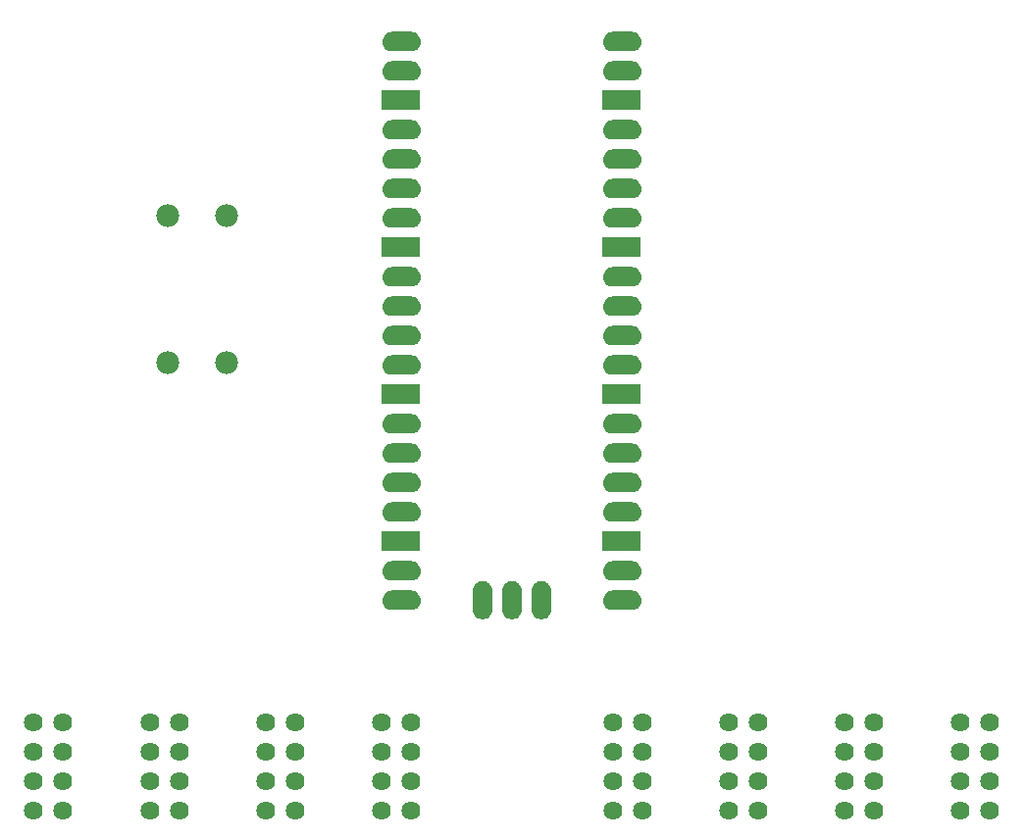
<source format=gts>
G04 Layer: TopSolderMaskLayer*
G04 EasyEDA v6.5.20, 2023-09-02 21:33:51*
G04 a67cddfb3fce44daa9051d46cbbcc19f,10*
G04 Gerber Generator version 0.2*
G04 Scale: 100 percent, Rotated: No, Reflected: No *
G04 Dimensions in millimeters *
G04 leading zeros omitted , absolute positions ,4 integer and 5 decimal *
%FSLAX45Y45*%
%MOMM*%

%AMMACRO1*4,1,4,-1.651,-0.8509,-1.651,0.8509,1.651,0.8509,1.651,-0.8509,-1.651,-0.8509,0*%
%ADD10C,1.6256*%
%ADD11C,1.9812*%
%ADD12MACRO1*%

%LPD*%
D10*
G01*
X872997Y3880865D03*
G01*
X1126997Y3880865D03*
G01*
X872997Y3626865D03*
G01*
X1126997Y3626865D03*
G01*
X872997Y3372865D03*
G01*
X1126997Y3372865D03*
G01*
X872997Y3118865D03*
G01*
X1126997Y3118865D03*
G01*
X1872995Y3880865D03*
G01*
X2126995Y3880865D03*
G01*
X1872995Y3626865D03*
G01*
X2126995Y3626865D03*
G01*
X1872995Y3372865D03*
G01*
X2126995Y3372865D03*
G01*
X1872995Y3118865D03*
G01*
X2126995Y3118865D03*
G01*
X2872993Y3880865D03*
G01*
X3126993Y3880865D03*
G01*
X2872993Y3626865D03*
G01*
X3126993Y3626865D03*
G01*
X2872993Y3372865D03*
G01*
X3126993Y3372865D03*
G01*
X2872993Y3118865D03*
G01*
X3126993Y3118865D03*
G01*
X3872991Y3880865D03*
G01*
X4126991Y3880865D03*
G01*
X3872991Y3626865D03*
G01*
X4126991Y3626865D03*
G01*
X3872991Y3372865D03*
G01*
X4126991Y3372865D03*
G01*
X3872991Y3118865D03*
G01*
X4126991Y3118865D03*
G01*
X5872988Y3880865D03*
G01*
X6126988Y3880865D03*
G01*
X5872988Y3626865D03*
G01*
X6126988Y3626865D03*
G01*
X5872988Y3372865D03*
G01*
X6126988Y3372865D03*
G01*
X5872988Y3118865D03*
G01*
X6126988Y3118865D03*
G01*
X6872986Y3880865D03*
G01*
X7126986Y3880865D03*
G01*
X6872986Y3626865D03*
G01*
X7126986Y3626865D03*
G01*
X6872986Y3372865D03*
G01*
X7126986Y3372865D03*
G01*
X6872986Y3118865D03*
G01*
X7126986Y3118865D03*
G01*
X7872984Y3880865D03*
G01*
X8126984Y3880865D03*
G01*
X7872984Y3626865D03*
G01*
X8126984Y3626865D03*
G01*
X7872984Y3372865D03*
G01*
X8126984Y3372865D03*
G01*
X7872984Y3118865D03*
G01*
X8126984Y3118865D03*
G01*
X8872981Y3880865D03*
G01*
X9126981Y3880865D03*
G01*
X8872981Y3626865D03*
G01*
X9126981Y3626865D03*
G01*
X8872981Y3372865D03*
G01*
X9126981Y3372865D03*
G01*
X8872981Y3118865D03*
G01*
X9126981Y3118865D03*
D11*
G01*
X2032000Y8255000D03*
G01*
X2032000Y6985000D03*
G01*
X2540000Y8255000D03*
G01*
X2540000Y6985000D03*
G36*
X5872225Y9677908D02*
G01*
X5862320Y9678415D01*
X5852159Y9680447D01*
X5842254Y9683495D01*
X5832856Y9687560D01*
X5824220Y9692894D01*
X5816091Y9699244D01*
X5808725Y9706610D01*
X5802375Y9714737D01*
X5797041Y9723374D01*
X5792977Y9732771D01*
X5789929Y9742678D01*
X5788152Y9752837D01*
X5787390Y9762997D01*
X5788152Y9773158D01*
X5789929Y9783318D01*
X5792977Y9793224D01*
X5797041Y9802621D01*
X5802375Y9811258D01*
X5808725Y9819386D01*
X5816091Y9826752D01*
X5824220Y9833102D01*
X5832856Y9838436D01*
X5842254Y9842500D01*
X5852159Y9845547D01*
X5862320Y9847326D01*
X5872225Y9848087D01*
X6032754Y9848087D01*
X6042659Y9847326D01*
X6052820Y9845547D01*
X6062725Y9842500D01*
X6072124Y9838436D01*
X6080759Y9833102D01*
X6088888Y9826752D01*
X6096254Y9819386D01*
X6102604Y9811258D01*
X6107938Y9802621D01*
X6112002Y9793224D01*
X6115050Y9783318D01*
X6116827Y9773158D01*
X6117590Y9762997D01*
X6116827Y9752837D01*
X6115050Y9742678D01*
X6112002Y9732771D01*
X6107938Y9723374D01*
X6102604Y9714737D01*
X6096254Y9706610D01*
X6088888Y9699244D01*
X6080759Y9692894D01*
X6072124Y9687560D01*
X6062725Y9683495D01*
X6052820Y9680447D01*
X6042659Y9678415D01*
X6032754Y9677908D01*
G37*
G36*
X5872225Y9423908D02*
G01*
X5862320Y9424415D01*
X5852159Y9426447D01*
X5842254Y9429495D01*
X5832856Y9433560D01*
X5824220Y9438894D01*
X5816091Y9445244D01*
X5808725Y9452610D01*
X5802375Y9460737D01*
X5797041Y9469374D01*
X5792977Y9478771D01*
X5789929Y9488678D01*
X5788152Y9498837D01*
X5787390Y9508997D01*
X5788152Y9519158D01*
X5789929Y9529318D01*
X5792977Y9539224D01*
X5797041Y9548621D01*
X5802375Y9557258D01*
X5808725Y9565386D01*
X5816091Y9572752D01*
X5824220Y9579102D01*
X5832856Y9584436D01*
X5842254Y9588500D01*
X5852159Y9591547D01*
X5862320Y9593326D01*
X5872225Y9594087D01*
X6032754Y9594087D01*
X6042659Y9593326D01*
X6052820Y9591547D01*
X6062725Y9588500D01*
X6072124Y9584436D01*
X6080759Y9579102D01*
X6088888Y9572752D01*
X6096254Y9565386D01*
X6102604Y9557258D01*
X6107938Y9548621D01*
X6112002Y9539224D01*
X6115050Y9529318D01*
X6116827Y9519158D01*
X6117590Y9508997D01*
X6116827Y9498837D01*
X6115050Y9488678D01*
X6112002Y9478771D01*
X6107938Y9469374D01*
X6102604Y9460737D01*
X6096254Y9452610D01*
X6088888Y9445244D01*
X6080759Y9438894D01*
X6072124Y9433560D01*
X6062725Y9429495D01*
X6052820Y9426447D01*
X6042659Y9424415D01*
X6032754Y9423908D01*
G37*
D12*
G01*
X5952490Y9254997D03*
G36*
X5872225Y8915908D02*
G01*
X5862320Y8916415D01*
X5852159Y8918447D01*
X5842254Y8921495D01*
X5832856Y8925560D01*
X5824220Y8930894D01*
X5816091Y8937244D01*
X5808725Y8944610D01*
X5802375Y8952737D01*
X5797041Y8961374D01*
X5792977Y8970771D01*
X5789929Y8980678D01*
X5788152Y8990837D01*
X5787390Y9000997D01*
X5788152Y9011158D01*
X5789929Y9021318D01*
X5792977Y9031224D01*
X5797041Y9040621D01*
X5802375Y9049258D01*
X5808725Y9057386D01*
X5816091Y9064752D01*
X5824220Y9071102D01*
X5832856Y9076436D01*
X5842254Y9080500D01*
X5852159Y9083547D01*
X5862320Y9085579D01*
X5872225Y9086087D01*
X6032754Y9086087D01*
X6042659Y9085579D01*
X6052820Y9083547D01*
X6062725Y9080500D01*
X6072124Y9076436D01*
X6080759Y9071102D01*
X6088888Y9064752D01*
X6096254Y9057386D01*
X6102604Y9049258D01*
X6107938Y9040621D01*
X6112002Y9031224D01*
X6115050Y9021318D01*
X6116827Y9011158D01*
X6117590Y9000997D01*
X6116827Y8990837D01*
X6115050Y8980678D01*
X6112002Y8970771D01*
X6107938Y8961374D01*
X6102604Y8952737D01*
X6096254Y8944610D01*
X6088888Y8937244D01*
X6080759Y8930894D01*
X6072124Y8925560D01*
X6062725Y8921495D01*
X6052820Y8918447D01*
X6042659Y8916415D01*
X6032754Y8915908D01*
G37*
G36*
X5872225Y8661908D02*
G01*
X5862320Y8662415D01*
X5852159Y8664447D01*
X5842254Y8667495D01*
X5832856Y8671560D01*
X5824220Y8676894D01*
X5816091Y8683244D01*
X5808725Y8690610D01*
X5802375Y8698737D01*
X5797041Y8707374D01*
X5792977Y8716771D01*
X5789929Y8726678D01*
X5788152Y8736837D01*
X5787390Y8746997D01*
X5788152Y8757158D01*
X5789929Y8767318D01*
X5792977Y8777224D01*
X5797041Y8786621D01*
X5802375Y8795258D01*
X5808725Y8803386D01*
X5816091Y8810752D01*
X5824220Y8817102D01*
X5832856Y8822436D01*
X5842254Y8826500D01*
X5852159Y8829547D01*
X5862320Y8831579D01*
X5872225Y8832087D01*
X6032754Y8832087D01*
X6042659Y8831579D01*
X6052820Y8829547D01*
X6062725Y8826500D01*
X6072124Y8822436D01*
X6080759Y8817102D01*
X6088888Y8810752D01*
X6096254Y8803386D01*
X6102604Y8795258D01*
X6107938Y8786621D01*
X6112002Y8777224D01*
X6115050Y8767318D01*
X6116827Y8757158D01*
X6117590Y8746997D01*
X6116827Y8736837D01*
X6115050Y8726678D01*
X6112002Y8716771D01*
X6107938Y8707374D01*
X6102604Y8698737D01*
X6096254Y8690610D01*
X6088888Y8683244D01*
X6080759Y8676894D01*
X6072124Y8671560D01*
X6062725Y8667495D01*
X6052820Y8664447D01*
X6042659Y8662415D01*
X6032754Y8661908D01*
G37*
G36*
X5872225Y8407908D02*
G01*
X5862320Y8408415D01*
X5852159Y8410447D01*
X5842254Y8413495D01*
X5832856Y8417560D01*
X5824220Y8422894D01*
X5816091Y8429244D01*
X5808725Y8436610D01*
X5802375Y8444737D01*
X5797041Y8453374D01*
X5792977Y8462771D01*
X5789929Y8472678D01*
X5788152Y8482837D01*
X5787390Y8492997D01*
X5788152Y8503158D01*
X5789929Y8513318D01*
X5792977Y8523224D01*
X5797041Y8532621D01*
X5802375Y8541258D01*
X5808725Y8549386D01*
X5816091Y8556752D01*
X5824220Y8563102D01*
X5832856Y8568436D01*
X5842254Y8572500D01*
X5852159Y8575547D01*
X5862320Y8577579D01*
X5872225Y8578087D01*
X6032754Y8578087D01*
X6042659Y8577579D01*
X6052820Y8575547D01*
X6062725Y8572500D01*
X6072124Y8568436D01*
X6080759Y8563102D01*
X6088888Y8556752D01*
X6096254Y8549386D01*
X6102604Y8541258D01*
X6107938Y8532621D01*
X6112002Y8523224D01*
X6115050Y8513318D01*
X6116827Y8503158D01*
X6117590Y8492997D01*
X6116827Y8482837D01*
X6115050Y8472678D01*
X6112002Y8462771D01*
X6107938Y8453374D01*
X6102604Y8444737D01*
X6096254Y8436610D01*
X6088888Y8429244D01*
X6080759Y8422894D01*
X6072124Y8417560D01*
X6062725Y8413495D01*
X6052820Y8410447D01*
X6042659Y8408415D01*
X6032754Y8407908D01*
G37*
G36*
X5872225Y8153908D02*
G01*
X5862320Y8154415D01*
X5852159Y8156447D01*
X5842254Y8159495D01*
X5832856Y8163560D01*
X5824220Y8168894D01*
X5816091Y8175244D01*
X5808725Y8182610D01*
X5802375Y8190737D01*
X5797041Y8199373D01*
X5792977Y8208771D01*
X5789929Y8218678D01*
X5788152Y8228837D01*
X5787390Y8238997D01*
X5788152Y8249158D01*
X5789929Y8259318D01*
X5792977Y8269223D01*
X5797041Y8278621D01*
X5802375Y8287258D01*
X5808725Y8295386D01*
X5816091Y8302752D01*
X5824220Y8309102D01*
X5832856Y8314436D01*
X5842254Y8318500D01*
X5852159Y8321547D01*
X5862320Y8323579D01*
X5872225Y8324087D01*
X6032754Y8324087D01*
X6042659Y8323579D01*
X6052820Y8321547D01*
X6062725Y8318500D01*
X6072124Y8314436D01*
X6080759Y8309102D01*
X6088888Y8302752D01*
X6096254Y8295386D01*
X6102604Y8287258D01*
X6107938Y8278621D01*
X6112002Y8269223D01*
X6115050Y8259318D01*
X6116827Y8249158D01*
X6117590Y8238997D01*
X6116827Y8228837D01*
X6115050Y8218678D01*
X6112002Y8208771D01*
X6107938Y8199373D01*
X6102604Y8190737D01*
X6096254Y8182610D01*
X6088888Y8175244D01*
X6080759Y8168894D01*
X6072124Y8163560D01*
X6062725Y8159495D01*
X6052820Y8156447D01*
X6042659Y8154415D01*
X6032754Y8153908D01*
G37*
G01*
X5952490Y7984997D03*
G36*
X5872225Y7645908D02*
G01*
X5862320Y7646415D01*
X5852159Y7648447D01*
X5842254Y7651495D01*
X5832856Y7655560D01*
X5824220Y7660894D01*
X5816091Y7667244D01*
X5808725Y7674610D01*
X5802375Y7682737D01*
X5797041Y7691373D01*
X5792977Y7700771D01*
X5789929Y7710678D01*
X5788152Y7720837D01*
X5787390Y7730997D01*
X5788152Y7741158D01*
X5789929Y7751318D01*
X5792977Y7761223D01*
X5797041Y7770621D01*
X5802375Y7779258D01*
X5808725Y7787386D01*
X5816091Y7794752D01*
X5824220Y7801102D01*
X5832856Y7806436D01*
X5842254Y7810500D01*
X5852159Y7813547D01*
X5862320Y7815579D01*
X5872225Y7816087D01*
X6032754Y7816087D01*
X6042659Y7815579D01*
X6052820Y7813547D01*
X6062725Y7810500D01*
X6072124Y7806436D01*
X6080759Y7801102D01*
X6088888Y7794752D01*
X6096254Y7787386D01*
X6102604Y7779258D01*
X6107938Y7770621D01*
X6112002Y7761223D01*
X6115050Y7751318D01*
X6116827Y7741158D01*
X6117590Y7730997D01*
X6116827Y7720837D01*
X6115050Y7710678D01*
X6112002Y7700771D01*
X6107938Y7691373D01*
X6102604Y7682737D01*
X6096254Y7674610D01*
X6088888Y7667244D01*
X6080759Y7660894D01*
X6072124Y7655560D01*
X6062725Y7651495D01*
X6052820Y7648447D01*
X6042659Y7646415D01*
X6032754Y7645908D01*
G37*
G36*
X5872225Y7391908D02*
G01*
X5862320Y7392415D01*
X5852159Y7394447D01*
X5842254Y7397495D01*
X5832856Y7401560D01*
X5824220Y7406894D01*
X5816091Y7413244D01*
X5808725Y7420610D01*
X5802375Y7428737D01*
X5797041Y7437373D01*
X5792977Y7446771D01*
X5789929Y7456678D01*
X5788152Y7466837D01*
X5787390Y7476997D01*
X5788152Y7487158D01*
X5789929Y7497318D01*
X5792977Y7507223D01*
X5797041Y7516621D01*
X5802375Y7525258D01*
X5808725Y7533386D01*
X5816091Y7540752D01*
X5824220Y7547102D01*
X5832856Y7552436D01*
X5842254Y7556500D01*
X5852159Y7559547D01*
X5862320Y7561579D01*
X5872225Y7562087D01*
X6032754Y7562087D01*
X6042659Y7561579D01*
X6052820Y7559547D01*
X6062725Y7556500D01*
X6072124Y7552436D01*
X6080759Y7547102D01*
X6088888Y7540752D01*
X6096254Y7533386D01*
X6102604Y7525258D01*
X6107938Y7516621D01*
X6112002Y7507223D01*
X6115050Y7497318D01*
X6116827Y7487158D01*
X6117590Y7476997D01*
X6116827Y7466837D01*
X6115050Y7456678D01*
X6112002Y7446771D01*
X6107938Y7437373D01*
X6102604Y7428737D01*
X6096254Y7420610D01*
X6088888Y7413244D01*
X6080759Y7406894D01*
X6072124Y7401560D01*
X6062725Y7397495D01*
X6052820Y7394447D01*
X6042659Y7392415D01*
X6032754Y7391908D01*
G37*
G36*
X5872225Y7137908D02*
G01*
X5862320Y7138415D01*
X5852159Y7140447D01*
X5842254Y7143495D01*
X5832856Y7147560D01*
X5824220Y7152894D01*
X5816091Y7159244D01*
X5808725Y7166610D01*
X5802375Y7174737D01*
X5797041Y7183373D01*
X5792977Y7192771D01*
X5789929Y7202678D01*
X5788152Y7212837D01*
X5787390Y7222997D01*
X5788152Y7233158D01*
X5789929Y7243318D01*
X5792977Y7253223D01*
X5797041Y7262621D01*
X5802375Y7271258D01*
X5808725Y7279386D01*
X5816091Y7286752D01*
X5824220Y7293102D01*
X5832856Y7298436D01*
X5842254Y7302500D01*
X5852159Y7305547D01*
X5862320Y7307579D01*
X5872225Y7308087D01*
X6032754Y7308087D01*
X6042659Y7307579D01*
X6052820Y7305547D01*
X6062725Y7302500D01*
X6072124Y7298436D01*
X6080759Y7293102D01*
X6088888Y7286752D01*
X6096254Y7279386D01*
X6102604Y7271258D01*
X6107938Y7262621D01*
X6112002Y7253223D01*
X6115050Y7243318D01*
X6116827Y7233158D01*
X6117590Y7222997D01*
X6116827Y7212837D01*
X6115050Y7202678D01*
X6112002Y7192771D01*
X6107938Y7183373D01*
X6102604Y7174737D01*
X6096254Y7166610D01*
X6088888Y7159244D01*
X6080759Y7152894D01*
X6072124Y7147560D01*
X6062725Y7143495D01*
X6052820Y7140447D01*
X6042659Y7138415D01*
X6032754Y7137908D01*
G37*
G36*
X5872225Y6883908D02*
G01*
X5862320Y6884415D01*
X5852159Y6886447D01*
X5842254Y6889495D01*
X5832856Y6893560D01*
X5824220Y6898894D01*
X5816091Y6905244D01*
X5808725Y6912610D01*
X5802375Y6920737D01*
X5797041Y6929373D01*
X5792977Y6938771D01*
X5789929Y6948678D01*
X5788152Y6958837D01*
X5787390Y6968997D01*
X5788152Y6979158D01*
X5789929Y6989318D01*
X5792977Y6999223D01*
X5797041Y7008621D01*
X5802375Y7017258D01*
X5808725Y7025386D01*
X5816091Y7032752D01*
X5824220Y7039102D01*
X5832856Y7044436D01*
X5842254Y7048500D01*
X5852159Y7051547D01*
X5862320Y7053579D01*
X5872225Y7054087D01*
X6032754Y7054087D01*
X6042659Y7053579D01*
X6052820Y7051547D01*
X6062725Y7048500D01*
X6072124Y7044436D01*
X6080759Y7039102D01*
X6088888Y7032752D01*
X6096254Y7025386D01*
X6102604Y7017258D01*
X6107938Y7008621D01*
X6112002Y6999223D01*
X6115050Y6989318D01*
X6116827Y6979158D01*
X6117590Y6968997D01*
X6116827Y6958837D01*
X6115050Y6948678D01*
X6112002Y6938771D01*
X6107938Y6929373D01*
X6102604Y6920737D01*
X6096254Y6912610D01*
X6088888Y6905244D01*
X6080759Y6898894D01*
X6072124Y6893560D01*
X6062725Y6889495D01*
X6052820Y6886447D01*
X6042659Y6884415D01*
X6032754Y6883908D01*
G37*
G01*
X5952490Y6714997D03*
G36*
X5872225Y6375907D02*
G01*
X5862320Y6376415D01*
X5852159Y6378447D01*
X5842254Y6381495D01*
X5832856Y6385560D01*
X5824220Y6390894D01*
X5816091Y6397244D01*
X5808725Y6404610D01*
X5802375Y6412737D01*
X5797041Y6421373D01*
X5792977Y6430771D01*
X5789929Y6440678D01*
X5788152Y6450837D01*
X5787390Y6460997D01*
X5788152Y6471157D01*
X5789929Y6481318D01*
X5792977Y6491223D01*
X5797041Y6500621D01*
X5802375Y6509257D01*
X5808725Y6517386D01*
X5816091Y6524752D01*
X5824220Y6531102D01*
X5832856Y6536436D01*
X5842254Y6540500D01*
X5852159Y6543547D01*
X5862320Y6545579D01*
X5872225Y6546087D01*
X6032754Y6546087D01*
X6042659Y6545579D01*
X6052820Y6543547D01*
X6062725Y6540500D01*
X6072124Y6536436D01*
X6080759Y6531102D01*
X6088888Y6524752D01*
X6096254Y6517386D01*
X6102604Y6509257D01*
X6107938Y6500621D01*
X6112002Y6491223D01*
X6115050Y6481318D01*
X6116827Y6471157D01*
X6117590Y6460997D01*
X6116827Y6450837D01*
X6115050Y6440678D01*
X6112002Y6430771D01*
X6107938Y6421373D01*
X6102604Y6412737D01*
X6096254Y6404610D01*
X6088888Y6397244D01*
X6080759Y6390894D01*
X6072124Y6385560D01*
X6062725Y6381495D01*
X6052820Y6378447D01*
X6042659Y6376415D01*
X6032754Y6375907D01*
G37*
G36*
X5872225Y6121907D02*
G01*
X5862320Y6122415D01*
X5852159Y6124447D01*
X5842254Y6127495D01*
X5832856Y6131560D01*
X5824220Y6136894D01*
X5816091Y6143244D01*
X5808725Y6150610D01*
X5802375Y6158737D01*
X5797041Y6167373D01*
X5792977Y6176771D01*
X5789929Y6186678D01*
X5788152Y6196837D01*
X5787390Y6206997D01*
X5788152Y6217157D01*
X5789929Y6227318D01*
X5792977Y6237223D01*
X5797041Y6246621D01*
X5802375Y6255257D01*
X5808725Y6263386D01*
X5816091Y6270752D01*
X5824220Y6277102D01*
X5832856Y6282436D01*
X5842254Y6286500D01*
X5852159Y6289547D01*
X5862320Y6291579D01*
X5872225Y6292087D01*
X6032754Y6292087D01*
X6042659Y6291579D01*
X6052820Y6289547D01*
X6062725Y6286500D01*
X6072124Y6282436D01*
X6080759Y6277102D01*
X6088888Y6270752D01*
X6096254Y6263386D01*
X6102604Y6255257D01*
X6107938Y6246621D01*
X6112002Y6237223D01*
X6115050Y6227318D01*
X6116827Y6217157D01*
X6117590Y6206997D01*
X6116827Y6196837D01*
X6115050Y6186678D01*
X6112002Y6176771D01*
X6107938Y6167373D01*
X6102604Y6158737D01*
X6096254Y6150610D01*
X6088888Y6143244D01*
X6080759Y6136894D01*
X6072124Y6131560D01*
X6062725Y6127495D01*
X6052820Y6124447D01*
X6042659Y6122415D01*
X6032754Y6121907D01*
G37*
G36*
X5872225Y5867907D02*
G01*
X5862320Y5868415D01*
X5852159Y5870447D01*
X5842254Y5873495D01*
X5832856Y5877560D01*
X5824220Y5882894D01*
X5816091Y5889244D01*
X5808725Y5896610D01*
X5802375Y5904737D01*
X5797041Y5913373D01*
X5792977Y5922771D01*
X5789929Y5932678D01*
X5788152Y5942837D01*
X5787390Y5952997D01*
X5788152Y5963157D01*
X5789929Y5973318D01*
X5792977Y5983223D01*
X5797041Y5992621D01*
X5802375Y6001257D01*
X5808725Y6009386D01*
X5816091Y6016752D01*
X5824220Y6023102D01*
X5832856Y6028436D01*
X5842254Y6032500D01*
X5852159Y6035547D01*
X5862320Y6037579D01*
X5872225Y6038087D01*
X6032754Y6038087D01*
X6042659Y6037579D01*
X6052820Y6035547D01*
X6062725Y6032500D01*
X6072124Y6028436D01*
X6080759Y6023102D01*
X6088888Y6016752D01*
X6096254Y6009386D01*
X6102604Y6001257D01*
X6107938Y5992621D01*
X6112002Y5983223D01*
X6115050Y5973318D01*
X6116827Y5963157D01*
X6117590Y5952997D01*
X6116827Y5942837D01*
X6115050Y5932678D01*
X6112002Y5922771D01*
X6107938Y5913373D01*
X6102604Y5904737D01*
X6096254Y5896610D01*
X6088888Y5889244D01*
X6080759Y5882894D01*
X6072124Y5877560D01*
X6062725Y5873495D01*
X6052820Y5870447D01*
X6042659Y5868415D01*
X6032754Y5867907D01*
G37*
G36*
X5872225Y5613907D02*
G01*
X5862320Y5614415D01*
X5852159Y5616447D01*
X5842254Y5619495D01*
X5832856Y5623560D01*
X5824220Y5628894D01*
X5816091Y5635244D01*
X5808725Y5642610D01*
X5802375Y5650737D01*
X5797041Y5659373D01*
X5792977Y5668771D01*
X5789929Y5678678D01*
X5788152Y5688837D01*
X5787390Y5698997D01*
X5788152Y5709157D01*
X5789929Y5719318D01*
X5792977Y5729223D01*
X5797041Y5738621D01*
X5802375Y5747257D01*
X5808725Y5755386D01*
X5816091Y5762752D01*
X5824220Y5769102D01*
X5832856Y5774436D01*
X5842254Y5778500D01*
X5852159Y5781547D01*
X5862320Y5783579D01*
X5872225Y5784087D01*
X6032754Y5784087D01*
X6042659Y5783579D01*
X6052820Y5781547D01*
X6062725Y5778500D01*
X6072124Y5774436D01*
X6080759Y5769102D01*
X6088888Y5762752D01*
X6096254Y5755386D01*
X6102604Y5747257D01*
X6107938Y5738621D01*
X6112002Y5729223D01*
X6115050Y5719318D01*
X6116827Y5709157D01*
X6117590Y5698997D01*
X6116827Y5688837D01*
X6115050Y5678678D01*
X6112002Y5668771D01*
X6107938Y5659373D01*
X6102604Y5650737D01*
X6096254Y5642610D01*
X6088888Y5635244D01*
X6080759Y5628894D01*
X6072124Y5623560D01*
X6062725Y5619495D01*
X6052820Y5616447D01*
X6042659Y5614415D01*
X6032754Y5613907D01*
G37*
G01*
X5952490Y5444997D03*
G36*
X5872225Y5105907D02*
G01*
X5862320Y5106415D01*
X5852159Y5108447D01*
X5842254Y5111495D01*
X5832856Y5115560D01*
X5824220Y5120894D01*
X5816091Y5127244D01*
X5808725Y5134610D01*
X5802375Y5142737D01*
X5797041Y5151373D01*
X5792977Y5160771D01*
X5789929Y5170678D01*
X5788152Y5180837D01*
X5787390Y5190997D01*
X5788152Y5201157D01*
X5789929Y5211318D01*
X5792977Y5221223D01*
X5797041Y5230621D01*
X5802375Y5239257D01*
X5808725Y5247386D01*
X5816091Y5254752D01*
X5824220Y5261102D01*
X5832856Y5266436D01*
X5842254Y5270500D01*
X5852159Y5273547D01*
X5862320Y5275579D01*
X5872225Y5276087D01*
X6032754Y5276087D01*
X6042659Y5275579D01*
X6052820Y5273547D01*
X6062725Y5270500D01*
X6072124Y5266436D01*
X6080759Y5261102D01*
X6088888Y5254752D01*
X6096254Y5247386D01*
X6102604Y5239257D01*
X6107938Y5230621D01*
X6112002Y5221223D01*
X6115050Y5211318D01*
X6116827Y5201157D01*
X6117590Y5190997D01*
X6116827Y5180837D01*
X6115050Y5170678D01*
X6112002Y5160771D01*
X6107938Y5151373D01*
X6102604Y5142737D01*
X6096254Y5134610D01*
X6088888Y5127244D01*
X6080759Y5120894D01*
X6072124Y5115560D01*
X6062725Y5111495D01*
X6052820Y5108447D01*
X6042659Y5106415D01*
X6032754Y5105907D01*
G37*
G36*
X5872225Y4851907D02*
G01*
X5862320Y4852415D01*
X5852159Y4854447D01*
X5842254Y4857495D01*
X5832856Y4861560D01*
X5824220Y4866894D01*
X5816091Y4873244D01*
X5808725Y4880610D01*
X5802375Y4888737D01*
X5797041Y4897373D01*
X5792977Y4906771D01*
X5789929Y4916678D01*
X5788152Y4926837D01*
X5787390Y4936997D01*
X5788152Y4947157D01*
X5789929Y4957318D01*
X5792977Y4967223D01*
X5797041Y4976621D01*
X5802375Y4985257D01*
X5808725Y4993386D01*
X5816091Y5000752D01*
X5824220Y5007102D01*
X5832856Y5012436D01*
X5842254Y5016500D01*
X5852159Y5019547D01*
X5862320Y5021579D01*
X5872225Y5022087D01*
X6032754Y5022087D01*
X6042659Y5021579D01*
X6052820Y5019547D01*
X6062725Y5016500D01*
X6072124Y5012436D01*
X6080759Y5007102D01*
X6088888Y5000752D01*
X6096254Y4993386D01*
X6102604Y4985257D01*
X6107938Y4976621D01*
X6112002Y4967223D01*
X6115050Y4957318D01*
X6116827Y4947157D01*
X6117590Y4936997D01*
X6116827Y4926837D01*
X6115050Y4916678D01*
X6112002Y4906771D01*
X6107938Y4897373D01*
X6102604Y4888737D01*
X6096254Y4880610D01*
X6088888Y4873244D01*
X6080759Y4866894D01*
X6072124Y4861560D01*
X6062725Y4857495D01*
X6052820Y4854447D01*
X6042659Y4852415D01*
X6032754Y4851907D01*
G37*
G36*
X3967225Y4851907D02*
G01*
X3957320Y4852415D01*
X3947159Y4854447D01*
X3937254Y4857495D01*
X3927856Y4861560D01*
X3919220Y4866894D01*
X3911091Y4873244D01*
X3903725Y4880610D01*
X3897375Y4888737D01*
X3892041Y4897373D01*
X3887977Y4906771D01*
X3884929Y4916678D01*
X3883152Y4926837D01*
X3882390Y4936997D01*
X3883152Y4947157D01*
X3884929Y4957318D01*
X3887977Y4967223D01*
X3892041Y4976621D01*
X3897375Y4985257D01*
X3903725Y4993386D01*
X3911091Y5000752D01*
X3919220Y5007102D01*
X3927856Y5012436D01*
X3937254Y5016500D01*
X3947159Y5019547D01*
X3957320Y5021579D01*
X3967225Y5022087D01*
X4127754Y5022087D01*
X4137659Y5021579D01*
X4147820Y5019547D01*
X4157725Y5016500D01*
X4167124Y5012436D01*
X4175759Y5007102D01*
X4183888Y5000752D01*
X4191254Y4993386D01*
X4197604Y4985257D01*
X4202938Y4976621D01*
X4207002Y4967223D01*
X4210050Y4957318D01*
X4211827Y4947157D01*
X4212590Y4936997D01*
X4211827Y4926837D01*
X4210050Y4916678D01*
X4207002Y4906771D01*
X4202938Y4897373D01*
X4197604Y4888737D01*
X4191254Y4880610D01*
X4183888Y4873244D01*
X4175759Y4866894D01*
X4167124Y4861560D01*
X4157725Y4857495D01*
X4147820Y4854447D01*
X4137659Y4852415D01*
X4127754Y4851907D01*
G37*
G36*
X3967225Y5105907D02*
G01*
X3957320Y5106415D01*
X3947159Y5108447D01*
X3937254Y5111495D01*
X3927856Y5115560D01*
X3919220Y5120894D01*
X3911091Y5127244D01*
X3903725Y5134610D01*
X3897375Y5142737D01*
X3892041Y5151373D01*
X3887977Y5160771D01*
X3884929Y5170678D01*
X3883152Y5180837D01*
X3882390Y5190997D01*
X3883152Y5201157D01*
X3884929Y5211318D01*
X3887977Y5221223D01*
X3892041Y5230621D01*
X3897375Y5239257D01*
X3903725Y5247386D01*
X3911091Y5254752D01*
X3919220Y5261102D01*
X3927856Y5266436D01*
X3937254Y5270500D01*
X3947159Y5273547D01*
X3957320Y5275579D01*
X3967225Y5276087D01*
X4127754Y5276087D01*
X4137659Y5275579D01*
X4147820Y5273547D01*
X4157725Y5270500D01*
X4167124Y5266436D01*
X4175759Y5261102D01*
X4183888Y5254752D01*
X4191254Y5247386D01*
X4197604Y5239257D01*
X4202938Y5230621D01*
X4207002Y5221223D01*
X4210050Y5211318D01*
X4211827Y5201157D01*
X4212590Y5190997D01*
X4211827Y5180837D01*
X4210050Y5170678D01*
X4207002Y5160771D01*
X4202938Y5151373D01*
X4197604Y5142737D01*
X4191254Y5134610D01*
X4183888Y5127244D01*
X4175759Y5120894D01*
X4167124Y5115560D01*
X4157725Y5111495D01*
X4147820Y5108447D01*
X4137659Y5106415D01*
X4127754Y5105907D01*
G37*
G01*
X4047490Y5444997D03*
G36*
X3967225Y5613907D02*
G01*
X3957320Y5614415D01*
X3947159Y5616447D01*
X3937254Y5619495D01*
X3927856Y5623560D01*
X3919220Y5628894D01*
X3911091Y5635244D01*
X3903725Y5642610D01*
X3897375Y5650737D01*
X3892041Y5659373D01*
X3887977Y5668771D01*
X3884929Y5678678D01*
X3883152Y5688837D01*
X3882390Y5698997D01*
X3883152Y5709157D01*
X3884929Y5719318D01*
X3887977Y5729223D01*
X3892041Y5738621D01*
X3897375Y5747257D01*
X3903725Y5755386D01*
X3911091Y5762752D01*
X3919220Y5769102D01*
X3927856Y5774436D01*
X3937254Y5778500D01*
X3947159Y5781547D01*
X3957320Y5783579D01*
X3967225Y5784087D01*
X4127754Y5784087D01*
X4137659Y5783579D01*
X4147820Y5781547D01*
X4157725Y5778500D01*
X4167124Y5774436D01*
X4175759Y5769102D01*
X4183888Y5762752D01*
X4191254Y5755386D01*
X4197604Y5747257D01*
X4202938Y5738621D01*
X4207002Y5729223D01*
X4210050Y5719318D01*
X4211827Y5709157D01*
X4212590Y5698997D01*
X4211827Y5688837D01*
X4210050Y5678678D01*
X4207002Y5668771D01*
X4202938Y5659373D01*
X4197604Y5650737D01*
X4191254Y5642610D01*
X4183888Y5635244D01*
X4175759Y5628894D01*
X4167124Y5623560D01*
X4157725Y5619495D01*
X4147820Y5616447D01*
X4137659Y5614415D01*
X4127754Y5613907D01*
G37*
G36*
X3967225Y5867907D02*
G01*
X3957320Y5868415D01*
X3947159Y5870447D01*
X3937254Y5873495D01*
X3927856Y5877560D01*
X3919220Y5882894D01*
X3911091Y5889244D01*
X3903725Y5896610D01*
X3897375Y5904737D01*
X3892041Y5913373D01*
X3887977Y5922771D01*
X3884929Y5932678D01*
X3883152Y5942837D01*
X3882390Y5952997D01*
X3883152Y5963157D01*
X3884929Y5973318D01*
X3887977Y5983223D01*
X3892041Y5992621D01*
X3897375Y6001257D01*
X3903725Y6009386D01*
X3911091Y6016752D01*
X3919220Y6023102D01*
X3927856Y6028436D01*
X3937254Y6032500D01*
X3947159Y6035547D01*
X3957320Y6037579D01*
X3967225Y6038087D01*
X4127754Y6038087D01*
X4137659Y6037579D01*
X4147820Y6035547D01*
X4157725Y6032500D01*
X4167124Y6028436D01*
X4175759Y6023102D01*
X4183888Y6016752D01*
X4191254Y6009386D01*
X4197604Y6001257D01*
X4202938Y5992621D01*
X4207002Y5983223D01*
X4210050Y5973318D01*
X4211827Y5963157D01*
X4212590Y5952997D01*
X4211827Y5942837D01*
X4210050Y5932678D01*
X4207002Y5922771D01*
X4202938Y5913373D01*
X4197604Y5904737D01*
X4191254Y5896610D01*
X4183888Y5889244D01*
X4175759Y5882894D01*
X4167124Y5877560D01*
X4157725Y5873495D01*
X4147820Y5870447D01*
X4137659Y5868415D01*
X4127754Y5867907D01*
G37*
G36*
X3967225Y6121907D02*
G01*
X3957320Y6122415D01*
X3947159Y6124447D01*
X3937254Y6127495D01*
X3927856Y6131560D01*
X3919220Y6136894D01*
X3911091Y6143244D01*
X3903725Y6150610D01*
X3897375Y6158737D01*
X3892041Y6167373D01*
X3887977Y6176771D01*
X3884929Y6186678D01*
X3883152Y6196837D01*
X3882390Y6206997D01*
X3883152Y6217157D01*
X3884929Y6227318D01*
X3887977Y6237223D01*
X3892041Y6246621D01*
X3897375Y6255257D01*
X3903725Y6263386D01*
X3911091Y6270752D01*
X3919220Y6277102D01*
X3927856Y6282436D01*
X3937254Y6286500D01*
X3947159Y6289547D01*
X3957320Y6291579D01*
X3967225Y6292087D01*
X4127754Y6292087D01*
X4137659Y6291579D01*
X4147820Y6289547D01*
X4157725Y6286500D01*
X4167124Y6282436D01*
X4175759Y6277102D01*
X4183888Y6270752D01*
X4191254Y6263386D01*
X4197604Y6255257D01*
X4202938Y6246621D01*
X4207002Y6237223D01*
X4210050Y6227318D01*
X4211827Y6217157D01*
X4212590Y6206997D01*
X4211827Y6196837D01*
X4210050Y6186678D01*
X4207002Y6176771D01*
X4202938Y6167373D01*
X4197604Y6158737D01*
X4191254Y6150610D01*
X4183888Y6143244D01*
X4175759Y6136894D01*
X4167124Y6131560D01*
X4157725Y6127495D01*
X4147820Y6124447D01*
X4137659Y6122415D01*
X4127754Y6121907D01*
G37*
G36*
X3967225Y6375907D02*
G01*
X3957320Y6376415D01*
X3947159Y6378447D01*
X3937254Y6381495D01*
X3927856Y6385560D01*
X3919220Y6390894D01*
X3911091Y6397244D01*
X3903725Y6404610D01*
X3897375Y6412737D01*
X3892041Y6421373D01*
X3887977Y6430771D01*
X3884929Y6440678D01*
X3883152Y6450837D01*
X3882390Y6460997D01*
X3883152Y6471157D01*
X3884929Y6481318D01*
X3887977Y6491223D01*
X3892041Y6500621D01*
X3897375Y6509257D01*
X3903725Y6517386D01*
X3911091Y6524752D01*
X3919220Y6531102D01*
X3927856Y6536436D01*
X3937254Y6540500D01*
X3947159Y6543547D01*
X3957320Y6545579D01*
X3967225Y6546087D01*
X4127754Y6546087D01*
X4137659Y6545579D01*
X4147820Y6543547D01*
X4157725Y6540500D01*
X4167124Y6536436D01*
X4175759Y6531102D01*
X4183888Y6524752D01*
X4191254Y6517386D01*
X4197604Y6509257D01*
X4202938Y6500621D01*
X4207002Y6491223D01*
X4210050Y6481318D01*
X4211827Y6471157D01*
X4212590Y6460997D01*
X4211827Y6450837D01*
X4210050Y6440678D01*
X4207002Y6430771D01*
X4202938Y6421373D01*
X4197604Y6412737D01*
X4191254Y6404610D01*
X4183888Y6397244D01*
X4175759Y6390894D01*
X4167124Y6385560D01*
X4157725Y6381495D01*
X4147820Y6378447D01*
X4137659Y6376415D01*
X4127754Y6375907D01*
G37*
G01*
X4047490Y6714997D03*
G36*
X3967225Y6883908D02*
G01*
X3957320Y6884415D01*
X3947159Y6886447D01*
X3937254Y6889495D01*
X3927856Y6893560D01*
X3919220Y6898894D01*
X3911091Y6905244D01*
X3903725Y6912610D01*
X3897375Y6920737D01*
X3892041Y6929373D01*
X3887977Y6938771D01*
X3884929Y6948678D01*
X3883152Y6958837D01*
X3882390Y6968997D01*
X3883152Y6979158D01*
X3884929Y6989318D01*
X3887977Y6999223D01*
X3892041Y7008621D01*
X3897375Y7017258D01*
X3903725Y7025386D01*
X3911091Y7032752D01*
X3919220Y7039102D01*
X3927856Y7044436D01*
X3937254Y7048500D01*
X3947159Y7051547D01*
X3957320Y7053579D01*
X3967225Y7054087D01*
X4127754Y7054087D01*
X4137659Y7053579D01*
X4147820Y7051547D01*
X4157725Y7048500D01*
X4167124Y7044436D01*
X4175759Y7039102D01*
X4183888Y7032752D01*
X4191254Y7025386D01*
X4197604Y7017258D01*
X4202938Y7008621D01*
X4207002Y6999223D01*
X4210050Y6989318D01*
X4211827Y6979158D01*
X4212590Y6968997D01*
X4211827Y6958837D01*
X4210050Y6948678D01*
X4207002Y6938771D01*
X4202938Y6929373D01*
X4197604Y6920737D01*
X4191254Y6912610D01*
X4183888Y6905244D01*
X4175759Y6898894D01*
X4167124Y6893560D01*
X4157725Y6889495D01*
X4147820Y6886447D01*
X4137659Y6884415D01*
X4127754Y6883908D01*
G37*
G36*
X3967225Y7137908D02*
G01*
X3957320Y7138415D01*
X3947159Y7140447D01*
X3937254Y7143495D01*
X3927856Y7147560D01*
X3919220Y7152894D01*
X3911091Y7159244D01*
X3903725Y7166610D01*
X3897375Y7174737D01*
X3892041Y7183373D01*
X3887977Y7192771D01*
X3884929Y7202678D01*
X3883152Y7212837D01*
X3882390Y7222997D01*
X3883152Y7233158D01*
X3884929Y7243318D01*
X3887977Y7253223D01*
X3892041Y7262621D01*
X3897375Y7271258D01*
X3903725Y7279386D01*
X3911091Y7286752D01*
X3919220Y7293102D01*
X3927856Y7298436D01*
X3937254Y7302500D01*
X3947159Y7305547D01*
X3957320Y7307579D01*
X3967225Y7308087D01*
X4127754Y7308087D01*
X4137659Y7307579D01*
X4147820Y7305547D01*
X4157725Y7302500D01*
X4167124Y7298436D01*
X4175759Y7293102D01*
X4183888Y7286752D01*
X4191254Y7279386D01*
X4197604Y7271258D01*
X4202938Y7262621D01*
X4207002Y7253223D01*
X4210050Y7243318D01*
X4211827Y7233158D01*
X4212590Y7222997D01*
X4211827Y7212837D01*
X4210050Y7202678D01*
X4207002Y7192771D01*
X4202938Y7183373D01*
X4197604Y7174737D01*
X4191254Y7166610D01*
X4183888Y7159244D01*
X4175759Y7152894D01*
X4167124Y7147560D01*
X4157725Y7143495D01*
X4147820Y7140447D01*
X4137659Y7138415D01*
X4127754Y7137908D01*
G37*
G36*
X3967225Y7391908D02*
G01*
X3957320Y7392415D01*
X3947159Y7394447D01*
X3937254Y7397495D01*
X3927856Y7401560D01*
X3919220Y7406894D01*
X3911091Y7413244D01*
X3903725Y7420610D01*
X3897375Y7428737D01*
X3892041Y7437373D01*
X3887977Y7446771D01*
X3884929Y7456678D01*
X3883152Y7466837D01*
X3882390Y7476997D01*
X3883152Y7487158D01*
X3884929Y7497318D01*
X3887977Y7507223D01*
X3892041Y7516621D01*
X3897375Y7525258D01*
X3903725Y7533386D01*
X3911091Y7540752D01*
X3919220Y7547102D01*
X3927856Y7552436D01*
X3937254Y7556500D01*
X3947159Y7559547D01*
X3957320Y7561579D01*
X3967225Y7562087D01*
X4127754Y7562087D01*
X4137659Y7561579D01*
X4147820Y7559547D01*
X4157725Y7556500D01*
X4167124Y7552436D01*
X4175759Y7547102D01*
X4183888Y7540752D01*
X4191254Y7533386D01*
X4197604Y7525258D01*
X4202938Y7516621D01*
X4207002Y7507223D01*
X4210050Y7497318D01*
X4211827Y7487158D01*
X4212590Y7476997D01*
X4211827Y7466837D01*
X4210050Y7456678D01*
X4207002Y7446771D01*
X4202938Y7437373D01*
X4197604Y7428737D01*
X4191254Y7420610D01*
X4183888Y7413244D01*
X4175759Y7406894D01*
X4167124Y7401560D01*
X4157725Y7397495D01*
X4147820Y7394447D01*
X4137659Y7392415D01*
X4127754Y7391908D01*
G37*
G36*
X3967225Y7645908D02*
G01*
X3957320Y7646415D01*
X3947159Y7648447D01*
X3937254Y7651495D01*
X3927856Y7655560D01*
X3919220Y7660894D01*
X3911091Y7667244D01*
X3903725Y7674610D01*
X3897375Y7682737D01*
X3892041Y7691373D01*
X3887977Y7700771D01*
X3884929Y7710678D01*
X3883152Y7720837D01*
X3882390Y7730997D01*
X3883152Y7741158D01*
X3884929Y7751318D01*
X3887977Y7761223D01*
X3892041Y7770621D01*
X3897375Y7779258D01*
X3903725Y7787386D01*
X3911091Y7794752D01*
X3919220Y7801102D01*
X3927856Y7806436D01*
X3937254Y7810500D01*
X3947159Y7813547D01*
X3957320Y7815579D01*
X3967225Y7816087D01*
X4127754Y7816087D01*
X4137659Y7815579D01*
X4147820Y7813547D01*
X4157725Y7810500D01*
X4167124Y7806436D01*
X4175759Y7801102D01*
X4183888Y7794752D01*
X4191254Y7787386D01*
X4197604Y7779258D01*
X4202938Y7770621D01*
X4207002Y7761223D01*
X4210050Y7751318D01*
X4211827Y7741158D01*
X4212590Y7730997D01*
X4211827Y7720837D01*
X4210050Y7710678D01*
X4207002Y7700771D01*
X4202938Y7691373D01*
X4197604Y7682737D01*
X4191254Y7674610D01*
X4183888Y7667244D01*
X4175759Y7660894D01*
X4167124Y7655560D01*
X4157725Y7651495D01*
X4147820Y7648447D01*
X4137659Y7646415D01*
X4127754Y7645908D01*
G37*
G01*
X4047490Y7984997D03*
G36*
X3967225Y8153908D02*
G01*
X3957320Y8154415D01*
X3947159Y8156447D01*
X3937254Y8159495D01*
X3927856Y8163560D01*
X3919220Y8168894D01*
X3911091Y8175244D01*
X3903725Y8182610D01*
X3897375Y8190737D01*
X3892041Y8199373D01*
X3887977Y8208771D01*
X3884929Y8218678D01*
X3883152Y8228837D01*
X3882390Y8238997D01*
X3883152Y8249158D01*
X3884929Y8259318D01*
X3887977Y8269223D01*
X3892041Y8278621D01*
X3897375Y8287258D01*
X3903725Y8295386D01*
X3911091Y8302752D01*
X3919220Y8309102D01*
X3927856Y8314436D01*
X3937254Y8318500D01*
X3947159Y8321547D01*
X3957320Y8323579D01*
X3967225Y8324087D01*
X4127754Y8324087D01*
X4137659Y8323579D01*
X4147820Y8321547D01*
X4157725Y8318500D01*
X4167124Y8314436D01*
X4175759Y8309102D01*
X4183888Y8302752D01*
X4191254Y8295386D01*
X4197604Y8287258D01*
X4202938Y8278621D01*
X4207002Y8269223D01*
X4210050Y8259318D01*
X4211827Y8249158D01*
X4212590Y8238997D01*
X4211827Y8228837D01*
X4210050Y8218678D01*
X4207002Y8208771D01*
X4202938Y8199373D01*
X4197604Y8190737D01*
X4191254Y8182610D01*
X4183888Y8175244D01*
X4175759Y8168894D01*
X4167124Y8163560D01*
X4157725Y8159495D01*
X4147820Y8156447D01*
X4137659Y8154415D01*
X4127754Y8153908D01*
G37*
G36*
X3967225Y8407908D02*
G01*
X3957320Y8408415D01*
X3947159Y8410447D01*
X3937254Y8413495D01*
X3927856Y8417560D01*
X3919220Y8422894D01*
X3911091Y8429244D01*
X3903725Y8436610D01*
X3897375Y8444737D01*
X3892041Y8453374D01*
X3887977Y8462771D01*
X3884929Y8472678D01*
X3883152Y8482837D01*
X3882390Y8492997D01*
X3883152Y8503158D01*
X3884929Y8513318D01*
X3887977Y8523224D01*
X3892041Y8532621D01*
X3897375Y8541258D01*
X3903725Y8549386D01*
X3911091Y8556752D01*
X3919220Y8563102D01*
X3927856Y8568436D01*
X3937254Y8572500D01*
X3947159Y8575547D01*
X3957320Y8577579D01*
X3967225Y8578087D01*
X4127754Y8578087D01*
X4137659Y8577579D01*
X4147820Y8575547D01*
X4157725Y8572500D01*
X4167124Y8568436D01*
X4175759Y8563102D01*
X4183888Y8556752D01*
X4191254Y8549386D01*
X4197604Y8541258D01*
X4202938Y8532621D01*
X4207002Y8523224D01*
X4210050Y8513318D01*
X4211827Y8503158D01*
X4212590Y8492997D01*
X4211827Y8482837D01*
X4210050Y8472678D01*
X4207002Y8462771D01*
X4202938Y8453374D01*
X4197604Y8444737D01*
X4191254Y8436610D01*
X4183888Y8429244D01*
X4175759Y8422894D01*
X4167124Y8417560D01*
X4157725Y8413495D01*
X4147820Y8410447D01*
X4137659Y8408415D01*
X4127754Y8407908D01*
G37*
G36*
X3967225Y8661908D02*
G01*
X3957320Y8662415D01*
X3947159Y8664447D01*
X3937254Y8667495D01*
X3927856Y8671560D01*
X3919220Y8676894D01*
X3911091Y8683244D01*
X3903725Y8690610D01*
X3897375Y8698737D01*
X3892041Y8707374D01*
X3887977Y8716771D01*
X3884929Y8726678D01*
X3883152Y8736837D01*
X3882390Y8746997D01*
X3883152Y8757158D01*
X3884929Y8767318D01*
X3887977Y8777224D01*
X3892041Y8786621D01*
X3897375Y8795258D01*
X3903725Y8803386D01*
X3911091Y8810752D01*
X3919220Y8817102D01*
X3927856Y8822436D01*
X3937254Y8826500D01*
X3947159Y8829547D01*
X3957320Y8831579D01*
X3967225Y8832087D01*
X4127754Y8832087D01*
X4137659Y8831579D01*
X4147820Y8829547D01*
X4157725Y8826500D01*
X4167124Y8822436D01*
X4175759Y8817102D01*
X4183888Y8810752D01*
X4191254Y8803386D01*
X4197604Y8795258D01*
X4202938Y8786621D01*
X4207002Y8777224D01*
X4210050Y8767318D01*
X4211827Y8757158D01*
X4212590Y8746997D01*
X4211827Y8736837D01*
X4210050Y8726678D01*
X4207002Y8716771D01*
X4202938Y8707374D01*
X4197604Y8698737D01*
X4191254Y8690610D01*
X4183888Y8683244D01*
X4175759Y8676894D01*
X4167124Y8671560D01*
X4157725Y8667495D01*
X4147820Y8664447D01*
X4137659Y8662415D01*
X4127754Y8661908D01*
G37*
G36*
X3967225Y8915908D02*
G01*
X3957320Y8916415D01*
X3947159Y8918447D01*
X3937254Y8921495D01*
X3927856Y8925560D01*
X3919220Y8930894D01*
X3911091Y8937244D01*
X3903725Y8944610D01*
X3897375Y8952737D01*
X3892041Y8961374D01*
X3887977Y8970771D01*
X3884929Y8980678D01*
X3883152Y8990837D01*
X3882390Y9000997D01*
X3883152Y9011158D01*
X3884929Y9021318D01*
X3887977Y9031224D01*
X3892041Y9040621D01*
X3897375Y9049258D01*
X3903725Y9057386D01*
X3911091Y9064752D01*
X3919220Y9071102D01*
X3927856Y9076436D01*
X3937254Y9080500D01*
X3947159Y9083547D01*
X3957320Y9085579D01*
X3967225Y9086087D01*
X4127754Y9086087D01*
X4137659Y9085579D01*
X4147820Y9083547D01*
X4157725Y9080500D01*
X4167124Y9076436D01*
X4175759Y9071102D01*
X4183888Y9064752D01*
X4191254Y9057386D01*
X4197604Y9049258D01*
X4202938Y9040621D01*
X4207002Y9031224D01*
X4210050Y9021318D01*
X4211827Y9011158D01*
X4212590Y9000997D01*
X4211827Y8990837D01*
X4210050Y8980678D01*
X4207002Y8970771D01*
X4202938Y8961374D01*
X4197604Y8952737D01*
X4191254Y8944610D01*
X4183888Y8937244D01*
X4175759Y8930894D01*
X4167124Y8925560D01*
X4157725Y8921495D01*
X4147820Y8918447D01*
X4137659Y8916415D01*
X4127754Y8915908D01*
G37*
G01*
X4047490Y9254997D03*
G36*
X3967225Y9423908D02*
G01*
X3957320Y9424415D01*
X3947159Y9426447D01*
X3937254Y9429495D01*
X3927856Y9433560D01*
X3919220Y9438894D01*
X3911091Y9445244D01*
X3903725Y9452610D01*
X3897375Y9460737D01*
X3892041Y9469374D01*
X3887977Y9478771D01*
X3884929Y9488678D01*
X3883152Y9498837D01*
X3882390Y9508997D01*
X3883152Y9519158D01*
X3884929Y9529318D01*
X3887977Y9539224D01*
X3892041Y9548621D01*
X3897375Y9557258D01*
X3903725Y9565386D01*
X3911091Y9572752D01*
X3919220Y9579102D01*
X3927856Y9584436D01*
X3937254Y9588500D01*
X3947159Y9591547D01*
X3957320Y9593326D01*
X3967225Y9594087D01*
X4127754Y9594087D01*
X4137659Y9593326D01*
X4147820Y9591547D01*
X4157725Y9588500D01*
X4167124Y9584436D01*
X4175759Y9579102D01*
X4183888Y9572752D01*
X4191254Y9565386D01*
X4197604Y9557258D01*
X4202938Y9548621D01*
X4207002Y9539224D01*
X4210050Y9529318D01*
X4211827Y9519158D01*
X4212590Y9508997D01*
X4211827Y9498837D01*
X4210050Y9488678D01*
X4207002Y9478771D01*
X4202938Y9469374D01*
X4197604Y9460737D01*
X4191254Y9452610D01*
X4183888Y9445244D01*
X4175759Y9438894D01*
X4167124Y9433560D01*
X4157725Y9429495D01*
X4147820Y9426447D01*
X4137659Y9424415D01*
X4127754Y9423908D01*
G37*
G36*
X3967225Y9677908D02*
G01*
X3957320Y9678415D01*
X3947159Y9680447D01*
X3937254Y9683495D01*
X3927856Y9687560D01*
X3919220Y9692894D01*
X3911091Y9699244D01*
X3903725Y9706610D01*
X3897375Y9714737D01*
X3892041Y9723374D01*
X3887977Y9732771D01*
X3884929Y9742678D01*
X3883152Y9752837D01*
X3882390Y9762997D01*
X3883152Y9773158D01*
X3884929Y9783318D01*
X3887977Y9793224D01*
X3892041Y9802621D01*
X3897375Y9811258D01*
X3903725Y9819386D01*
X3911091Y9826752D01*
X3919220Y9833102D01*
X3927856Y9838436D01*
X3937254Y9842500D01*
X3947159Y9845547D01*
X3957320Y9847326D01*
X3967225Y9848087D01*
X4127754Y9848087D01*
X4137659Y9847326D01*
X4147820Y9845547D01*
X4157725Y9842500D01*
X4167124Y9838436D01*
X4175759Y9833102D01*
X4183888Y9826752D01*
X4191254Y9819386D01*
X4197604Y9811258D01*
X4202938Y9802621D01*
X4207002Y9793224D01*
X4210050Y9783318D01*
X4211827Y9773158D01*
X4212590Y9762997D01*
X4211827Y9752837D01*
X4210050Y9742678D01*
X4207002Y9732771D01*
X4202938Y9723374D01*
X4197604Y9714737D01*
X4191254Y9706610D01*
X4183888Y9699244D01*
X4175759Y9692894D01*
X4167124Y9687560D01*
X4157725Y9683495D01*
X4147820Y9680447D01*
X4137659Y9678415D01*
X4127754Y9677908D01*
G37*
G36*
X4999990Y4771897D02*
G01*
X4989829Y4772405D01*
X4979670Y4774437D01*
X4969763Y4777486D01*
X4960365Y4781550D01*
X4951729Y4786884D01*
X4943602Y4793234D01*
X4936236Y4800600D01*
X4929886Y4808728D01*
X4924552Y4817363D01*
X4920488Y4826762D01*
X4917440Y4836668D01*
X4915408Y4846828D01*
X4914900Y4856734D01*
X4914900Y5017262D01*
X4915408Y5027168D01*
X4917440Y5037328D01*
X4920488Y5047234D01*
X4924552Y5056631D01*
X4929886Y5065268D01*
X4936236Y5073395D01*
X4943602Y5080762D01*
X4951729Y5087112D01*
X4960365Y5092445D01*
X4969763Y5096510D01*
X4979670Y5099557D01*
X4989829Y5101336D01*
X4999990Y5102097D01*
X5010150Y5101336D01*
X5020309Y5099557D01*
X5030215Y5096510D01*
X5039613Y5092445D01*
X5048250Y5087112D01*
X5056377Y5080762D01*
X5063743Y5073395D01*
X5070093Y5065268D01*
X5075427Y5056631D01*
X5079491Y5047234D01*
X5082540Y5037328D01*
X5084572Y5027168D01*
X5085079Y5017262D01*
X5085079Y4856734D01*
X5084572Y4846828D01*
X5082540Y4836668D01*
X5079491Y4826762D01*
X5075427Y4817363D01*
X5070093Y4808728D01*
X5063743Y4800600D01*
X5056377Y4793234D01*
X5048250Y4786884D01*
X5039613Y4781550D01*
X5030215Y4777486D01*
X5020309Y4774437D01*
X5010150Y4772405D01*
G37*
G36*
X4745990Y4771897D02*
G01*
X4735829Y4772405D01*
X4725670Y4774437D01*
X4715763Y4777486D01*
X4706365Y4781550D01*
X4697729Y4786884D01*
X4689602Y4793234D01*
X4682236Y4800600D01*
X4675886Y4808728D01*
X4670552Y4817363D01*
X4666488Y4826762D01*
X4663440Y4836668D01*
X4661408Y4846828D01*
X4660900Y4856734D01*
X4660900Y5017262D01*
X4661408Y5027168D01*
X4663440Y5037328D01*
X4666488Y5047234D01*
X4670552Y5056631D01*
X4675886Y5065268D01*
X4682236Y5073395D01*
X4689602Y5080762D01*
X4697729Y5087112D01*
X4706365Y5092445D01*
X4715763Y5096510D01*
X4725670Y5099557D01*
X4735829Y5101336D01*
X4745990Y5102097D01*
X4756150Y5101336D01*
X4766309Y5099557D01*
X4776215Y5096510D01*
X4785613Y5092445D01*
X4794250Y5087112D01*
X4802377Y5080762D01*
X4809743Y5073395D01*
X4816093Y5065268D01*
X4821427Y5056631D01*
X4825491Y5047234D01*
X4828540Y5037328D01*
X4830572Y5027168D01*
X4831079Y5017262D01*
X4831079Y4856734D01*
X4830572Y4846828D01*
X4828540Y4836668D01*
X4825491Y4826762D01*
X4821427Y4817363D01*
X4816093Y4808728D01*
X4809743Y4800600D01*
X4802377Y4793234D01*
X4794250Y4786884D01*
X4785613Y4781550D01*
X4776215Y4777486D01*
X4766309Y4774437D01*
X4756150Y4772405D01*
G37*
G36*
X5253990Y4771897D02*
G01*
X5243829Y4772405D01*
X5233670Y4774437D01*
X5223763Y4777486D01*
X5214365Y4781550D01*
X5205729Y4786884D01*
X5197602Y4793234D01*
X5190236Y4800600D01*
X5183886Y4808728D01*
X5178552Y4817363D01*
X5174488Y4826762D01*
X5171440Y4836668D01*
X5169408Y4846828D01*
X5168900Y4856734D01*
X5168900Y5017262D01*
X5169408Y5027168D01*
X5171440Y5037328D01*
X5174488Y5047234D01*
X5178552Y5056631D01*
X5183886Y5065268D01*
X5190236Y5073395D01*
X5197602Y5080762D01*
X5205729Y5087112D01*
X5214365Y5092445D01*
X5223763Y5096510D01*
X5233670Y5099557D01*
X5243829Y5101336D01*
X5253990Y5102097D01*
X5264150Y5101336D01*
X5274309Y5099557D01*
X5284215Y5096510D01*
X5293613Y5092445D01*
X5302250Y5087112D01*
X5310377Y5080762D01*
X5317743Y5073395D01*
X5324093Y5065268D01*
X5329427Y5056631D01*
X5333491Y5047234D01*
X5336540Y5037328D01*
X5338572Y5027168D01*
X5339079Y5017262D01*
X5339079Y4856734D01*
X5338572Y4846828D01*
X5336540Y4836668D01*
X5333491Y4826762D01*
X5329427Y4817363D01*
X5324093Y4808728D01*
X5317743Y4800600D01*
X5310377Y4793234D01*
X5302250Y4786884D01*
X5293613Y4781550D01*
X5284215Y4777486D01*
X5274309Y4774437D01*
X5264150Y4772405D01*
G37*
M02*

</source>
